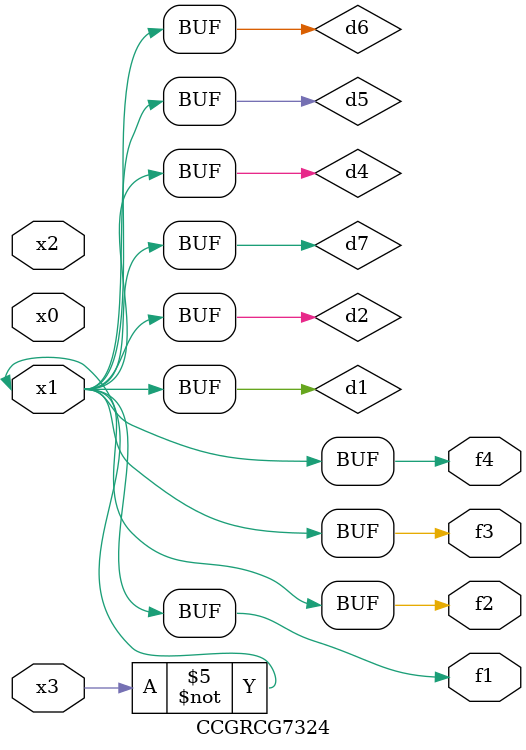
<source format=v>
module CCGRCG7324(
	input x0, x1, x2, x3,
	output f1, f2, f3, f4
);

	wire d1, d2, d3, d4, d5, d6, d7;

	not (d1, x3);
	buf (d2, x1);
	xnor (d3, d1, d2);
	nor (d4, d1);
	buf (d5, d1, d2);
	buf (d6, d4, d5);
	nand (d7, d4);
	assign f1 = d6;
	assign f2 = d7;
	assign f3 = d6;
	assign f4 = d6;
endmodule

</source>
